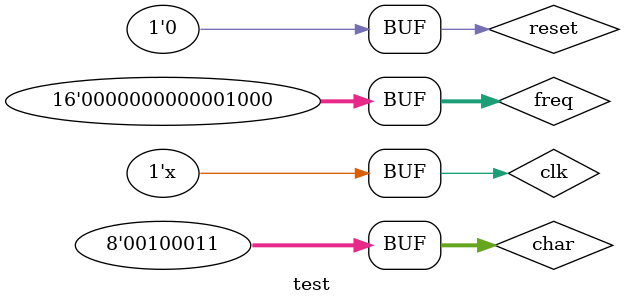
<source format=v>
`timescale 1ns / 1ps


module test;

	// Inputs
	reg clk;
	reg reset;
	reg [7:0] char;
	reg [15:0] freq;

	// Outputs
	wire [1:0] format_type;
	wire [3:0] error_code;

	// Instantiate the Unit Under Test (UUT)
	cpu_checker uut (
		.clk(clk), 
		.reset(reset), 
		.char(char), 
		.freq(freq), 
		.format_type(format_type), 
		.error_code(error_code)
	);

	initial begin
		// Initialize Inputs
		clk = 1;
		reset = 0;
		char = 0;
		freq = 0;

		// Wait 100 ns for global reset to finish
		#10
		char = "^";
      #10
      char = "1";
		#10
		char = "2";
		#10
		char = "3";
		#10 
		char = "@";
		#10
		char = "0";
		#10
		char = "0";
		#10
		char = "0";
		#10
		char = "0";
		#10
		char = "3";
		#10
		char = "0";
		#10
		char = "f";
		#10
		char = "c";
		#10
		char = ":";
		#10
		char = " ";
		#10
		char = "$";
		#10
		char = "9";
		#10
		char = " ";
		#10
		char = "<";
		#10
		char = "=";
		#10
		char = " ";
		#10
		char = "8";
		#10
		char = "9";
		#10
		char = "a";
		#10
		char = "b";
		#10
		char = "c";
		#10
		char = "d";
		#10
		char = "e";
		#10
		char = "f";
		#10
		char = "#";
		#10
		char = "5";
		#10
		char = "^";
      #10
      char = "1";
		#10
		char = "2";
		#10
		char = "4";
		#10 
		char = "@";
		#10
		char = "0";
		#10
		char = "0";
		#10
		char = "0";
		#10
		char = "0";
		#10
		char = "3";
		#10
		char = "0";
		#10
		char = "f";
		#10
		char = "c";
		#10
		char = ":";
		#10
		char = " ";
		#10
		char = "*";
		#10
		char = "0";
		#10
		char = "0";
		#10
		char = "0";
		#10
		char = "0";
		#10
		char = "2";
		#10
		char = "0";
		#10
		char = "0";
		#10
		char = "0";
		#10
		char = " ";
		#10
		char = "<";
		#10
		char = "=";
		#10
		char = " ";
		#10
		char = "8";
		#10
		char = "9";
		#10
		char = "a";
		#10
		char = "b";
		#10
		char = "c";
		#10
		char = "d";
		#10
		char = "e";
		#10
		char = "f";
		#10
		char = "#";
		freq = 8;
        
		// Add stimulus here
	end
      always #5 clk = ~clk;
endmodule


</source>
